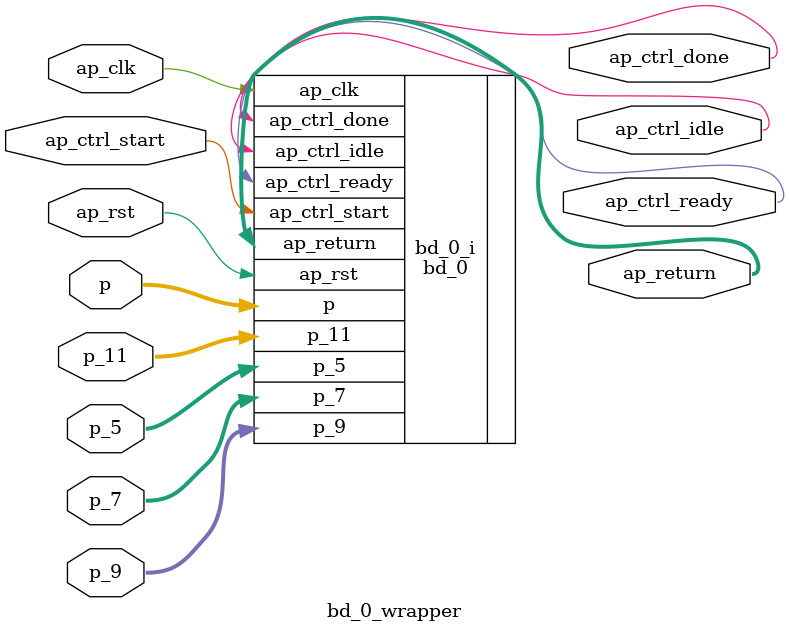
<source format=v>
`timescale 1 ps / 1 ps

module bd_0_wrapper
   (ap_clk,
    ap_ctrl_done,
    ap_ctrl_idle,
    ap_ctrl_ready,
    ap_ctrl_start,
    ap_return,
    ap_rst,
    p,
    p_11,
    p_5,
    p_7,
    p_9);
  input ap_clk;
  output ap_ctrl_done;
  output ap_ctrl_idle;
  output ap_ctrl_ready;
  input ap_ctrl_start;
  output [15:0]ap_return;
  input ap_rst;
  input [63:0]p;
  input [63:0]p_11;
  input [15:0]p_5;
  input [7:0]p_7;
  input [7:0]p_9;

  wire ap_clk;
  wire ap_ctrl_done;
  wire ap_ctrl_idle;
  wire ap_ctrl_ready;
  wire ap_ctrl_start;
  wire [15:0]ap_return;
  wire ap_rst;
  wire [63:0]p;
  wire [63:0]p_11;
  wire [15:0]p_5;
  wire [7:0]p_7;
  wire [7:0]p_9;

  bd_0 bd_0_i
       (.ap_clk(ap_clk),
        .ap_ctrl_done(ap_ctrl_done),
        .ap_ctrl_idle(ap_ctrl_idle),
        .ap_ctrl_ready(ap_ctrl_ready),
        .ap_ctrl_start(ap_ctrl_start),
        .ap_return(ap_return),
        .ap_rst(ap_rst),
        .p(p),
        .p_11(p_11),
        .p_5(p_5),
        .p_7(p_7),
        .p_9(p_9));
endmodule

</source>
